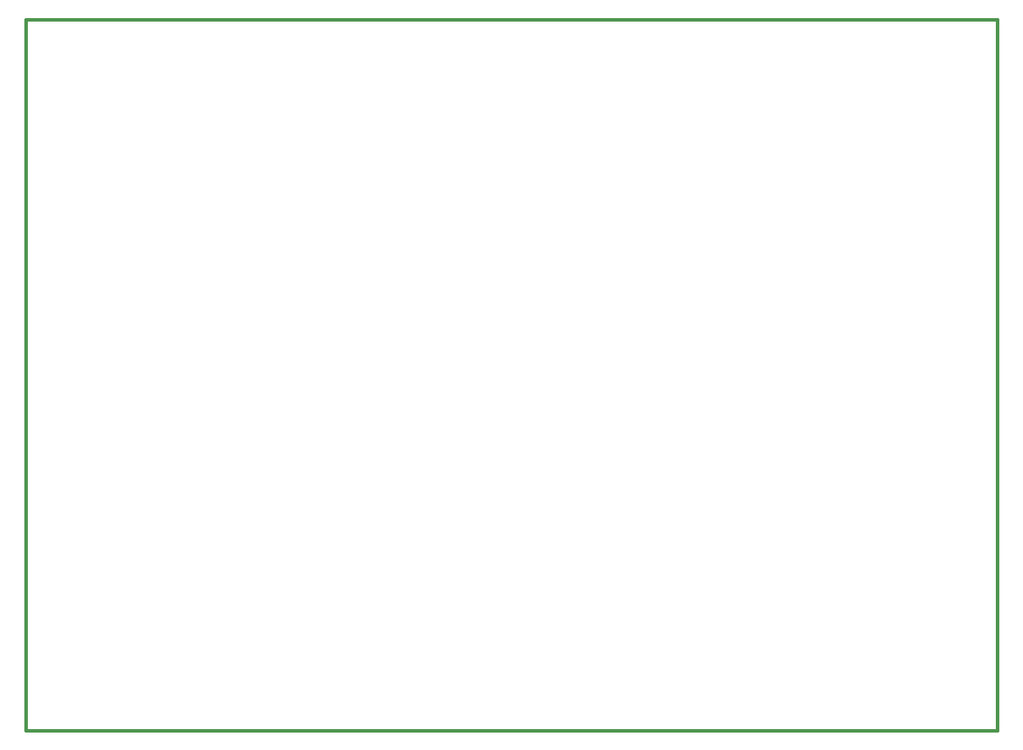
<source format=gbr>
G04 (created by PCBNEW-RS274X (2011-11-30 BZR 3250)-stable) date Mon 09 Jan 2012 02:26:34 AM UTC*
G01*
G70*
G90*
%MOIN*%
G04 Gerber Fmt 3.4, Leading zero omitted, Abs format*
%FSLAX34Y34*%
G04 APERTURE LIST*
%ADD10C,0.006000*%
%ADD11C,0.015000*%
G04 APERTURE END LIST*
G54D10*
G54D11*
X33500Y-27000D02*
X33500Y-60500D01*
X80000Y-27000D02*
X33500Y-27000D01*
X80000Y-61000D02*
X80000Y-27000D01*
X33500Y-61000D02*
X80000Y-61000D01*
X33500Y-60500D02*
X33500Y-61000D01*
M02*

</source>
